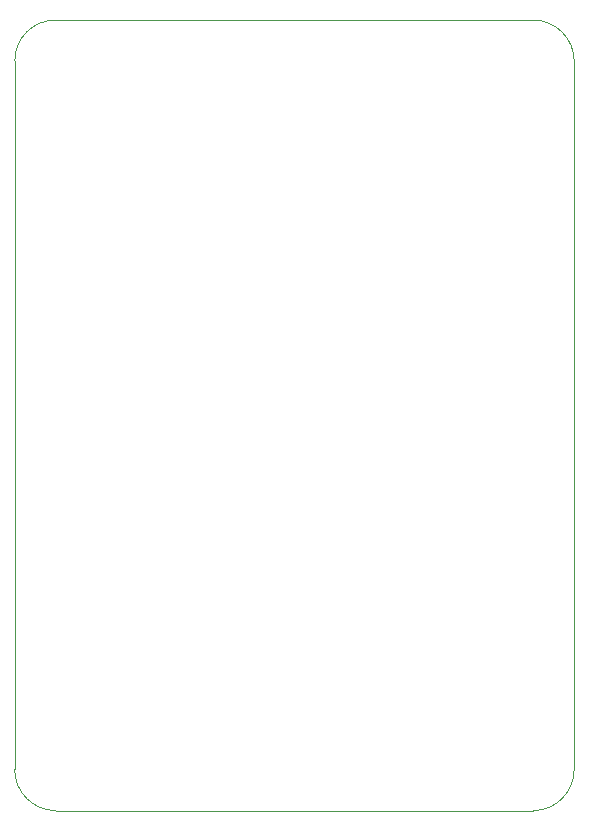
<source format=gbr>
%TF.GenerationSoftware,KiCad,Pcbnew,7.0.9*%
%TF.CreationDate,2023-12-13T11:13:32+03:00*%
%TF.ProjectId,rp2040,72703230-3430-42e6-9b69-6361645f7063,rev?*%
%TF.SameCoordinates,Original*%
%TF.FileFunction,Profile,NP*%
%FSLAX46Y46*%
G04 Gerber Fmt 4.6, Leading zero omitted, Abs format (unit mm)*
G04 Created by KiCad (PCBNEW 7.0.9) date 2023-12-13 11:13:32*
%MOMM*%
%LPD*%
G01*
G04 APERTURE LIST*
%TA.AperFunction,Profile*%
%ADD10C,0.100000*%
%TD*%
G04 APERTURE END LIST*
D10*
X118870001Y-128709662D02*
G75*
G03*
X122368055Y-132210000I3498099J-2238D01*
G01*
X162771945Y-132210000D02*
G75*
G03*
X166239999Y-128739697I-45J3468100D01*
G01*
X162771945Y-132210000D02*
X122368055Y-132210000D01*
X166249999Y-68763001D02*
G75*
G03*
X162770000Y-65280000I-3479999J3001D01*
G01*
X166250000Y-68763001D02*
X166240000Y-128739697D01*
X118870000Y-128709662D02*
X118890000Y-68710000D01*
X122320000Y-65276999D02*
X162770000Y-65280000D01*
X122320000Y-65276999D02*
G75*
G03*
X118890000Y-68710000I0J-3430001D01*
G01*
M02*

</source>
